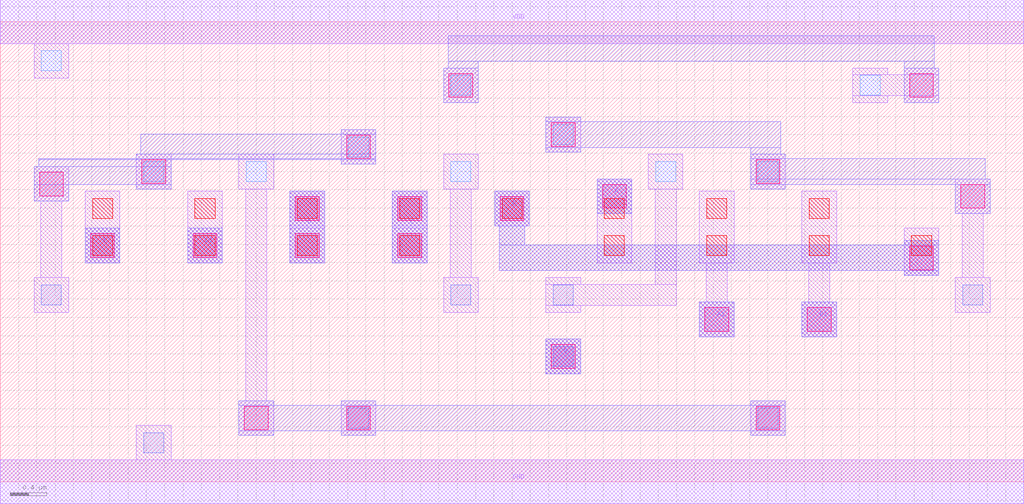
<source format=lef>
MACRO AAOAOI22121
 CLASS CORE ;
 FOREIGN AAOAOI22121 0 0 ;
 SIZE 11.200000000000001 BY 5.04 ;
 ORIGIN 0 0 ;
 SYMMETRY X Y R90 ;
 SITE unit ;
  PIN VDD
   DIRECTION INOUT ;
   USE POWER ;
   SHAPE ABUTMENT ;
    PORT
     CLASS CORE ;
       LAYER met1 ;
        RECT 0.00000000 4.80000000 11.20000000 5.28000000 ;
    END
  END VDD

  PIN GND
   DIRECTION INOUT ;
   USE POWER ;
   SHAPE ABUTMENT ;
    PORT
     CLASS CORE ;
       LAYER met1 ;
        RECT 0.00000000 -0.24000000 11.20000000 0.24000000 ;
    END
  END GND

  PIN Y
   DIRECTION INOUT ;
   USE SIGNAL ;
   SHAPE ABUTMENT ;
    PORT
     CLASS CORE ;
       LAYER met2 ;
        RECT 5.97000000 1.18200000 6.35000000 1.56200000 ;
    END
  END Y

  PIN D
   DIRECTION INOUT ;
   USE SIGNAL ;
   SHAPE ABUTMENT ;
    PORT
     CLASS CORE ;
       LAYER met2 ;
        RECT 3.17000000 2.39700000 3.55000000 3.18200000 ;
    END
  END D

  PIN B1
   DIRECTION INOUT ;
   USE SIGNAL ;
   SHAPE ABUTMENT ;
    PORT
     CLASS CORE ;
       LAYER met2 ;
        RECT 8.77000000 1.58700000 9.15000000 1.96700000 ;
    END
  END B1

  PIN E
   DIRECTION INOUT ;
   USE SIGNAL ;
   SHAPE ABUTMENT ;
    PORT
     CLASS CORE ;
       LAYER met2 ;
        RECT 0.93000000 2.39700000 1.31000000 2.77700000 ;
    END
  END E

  PIN C
   DIRECTION INOUT ;
   USE SIGNAL ;
   SHAPE ABUTMENT ;
    PORT
     CLASS CORE ;
       LAYER met2 ;
        RECT 4.29000000 2.39700000 4.67000000 3.18200000 ;
    END
  END C

  PIN A
   DIRECTION INOUT ;
   USE SIGNAL ;
   SHAPE ABUTMENT ;
    PORT
     CLASS CORE ;
       LAYER met2 ;
        RECT 6.53000000 2.93700000 6.91000000 3.31700000 ;
    END
  END A

  PIN A1
   DIRECTION INOUT ;
   USE SIGNAL ;
   SHAPE ABUTMENT ;
    PORT
     CLASS CORE ;
       LAYER met2 ;
        RECT 7.65000000 1.58700000 8.03000000 1.96700000 ;
    END
  END A1

  PIN B
   DIRECTION INOUT ;
   USE SIGNAL ;
   SHAPE ABUTMENT ;
    PORT
     CLASS CORE ;
       LAYER met2 ;
        RECT 9.89000000 2.26200000 10.27000000 2.31200000 ;
        RECT 5.46000000 2.31200000 10.27000000 2.59200000 ;
        RECT 9.89000000 2.59200000 10.27000000 2.64200000 ;
        RECT 5.46000000 2.59200000 5.74000000 2.80200000 ;
        RECT 5.41000000 2.80200000 5.79000000 3.18200000 ;
    END
  END B

  PIN D1
   DIRECTION INOUT ;
   USE SIGNAL ;
   SHAPE ABUTMENT ;
    PORT
     CLASS CORE ;
       LAYER met2 ;
        RECT 2.05000000 2.39700000 2.43000000 2.77700000 ;
    END
  END D1

 OBS
    LAYER polycont ;
     RECT 1.01000000 2.47700000 1.23000000 2.69700000 ;
     RECT 2.13000000 2.47700000 2.35000000 2.69700000 ;
     RECT 3.25000000 2.47700000 3.47000000 2.69700000 ;
     RECT 4.37000000 2.47700000 4.59000000 2.69700000 ;
     RECT 6.61000000 2.47700000 6.83000000 2.69700000 ;
     RECT 7.73000000 2.47700000 7.95000000 2.69700000 ;
     RECT 8.85000000 2.47700000 9.07000000 2.69700000 ;
     RECT 9.97000000 2.47700000 10.19000000 2.69700000 ;
     RECT 1.01000000 2.88200000 1.23000000 3.10200000 ;
     RECT 2.13000000 2.88200000 2.35000000 3.10200000 ;
     RECT 3.25000000 2.88200000 3.47000000 3.10200000 ;
     RECT 4.37000000 2.88200000 4.59000000 3.10200000 ;
     RECT 5.49000000 2.88200000 5.71000000 3.10200000 ;
     RECT 6.61000000 2.88200000 6.83000000 3.10200000 ;
     RECT 7.73000000 2.88200000 7.95000000 3.10200000 ;
     RECT 8.85000000 2.88200000 9.07000000 3.10200000 ;

    LAYER pdiffc ;
     RECT 1.57000000 3.28700000 1.79000000 3.50700000 ;
     RECT 2.69000000 3.28700000 2.91000000 3.50700000 ;
     RECT 4.93000000 3.28700000 5.15000000 3.50700000 ;
     RECT 7.17000000 3.28700000 7.39000000 3.50700000 ;
     RECT 8.29000000 3.28700000 8.51000000 3.50700000 ;
     RECT 3.81000000 3.55700000 4.03000000 3.77700000 ;
     RECT 6.05000000 3.69200000 6.27000000 3.91200000 ;
     RECT 4.93000000 4.23200000 5.15000000 4.45200000 ;
     RECT 9.41000000 4.23200000 9.63000000 4.45200000 ;
     RECT 0.45000000 4.50200000 0.67000000 4.72200000 ;

    LAYER ndiffc ;
     RECT 1.57000000 0.31700000 1.79000000 0.53700000 ;
     RECT 3.81000000 0.58700000 4.03000000 0.80700000 ;
     RECT 8.29000000 0.58700000 8.51000000 0.80700000 ;
     RECT 6.05000000 1.26200000 6.27000000 1.48200000 ;
     RECT 0.45000000 1.93700000 0.67000000 2.15700000 ;
     RECT 4.93000000 1.93700000 5.15000000 2.15700000 ;
     RECT 6.05000000 1.93700000 6.27000000 2.15700000 ;
     RECT 10.53000000 1.93700000 10.75000000 2.15700000 ;

    LAYER met1 ;
     RECT 0.00000000 -0.24000000 11.20000000 0.24000000 ;
     RECT 1.49000000 0.24000000 1.87000000 0.61700000 ;
     RECT 3.73000000 0.50700000 4.11000000 0.88700000 ;
     RECT 8.21000000 0.50700000 8.59000000 0.88700000 ;
     RECT 5.97000000 1.18200000 6.35000000 1.56200000 ;
     RECT 3.17000000 2.39700000 3.55000000 2.77700000 ;
     RECT 4.29000000 2.39700000 4.67000000 2.77700000 ;
     RECT 9.89000000 2.26200000 10.27000000 2.77700000 ;
     RECT 0.93000000 2.39700000 1.31000000 3.18200000 ;
     RECT 2.05000000 2.39700000 2.43000000 3.18200000 ;
     RECT 3.17000000 2.80200000 3.55000000 3.18200000 ;
     RECT 4.29000000 2.80200000 4.67000000 3.18200000 ;
     RECT 5.41000000 2.80200000 5.79000000 3.18200000 ;
     RECT 7.65000000 1.58700000 8.03000000 1.96700000 ;
     RECT 7.72500000 1.96700000 7.95500000 2.39700000 ;
     RECT 7.65000000 2.39700000 8.03000000 3.18200000 ;
     RECT 8.77000000 1.58700000 9.15000000 1.96700000 ;
     RECT 8.84500000 1.96700000 9.07500000 2.39700000 ;
     RECT 8.77000000 2.39700000 9.15000000 3.18200000 ;
     RECT 6.53000000 2.39700000 6.91000000 3.31700000 ;
     RECT 10.45000000 1.85700000 10.83000000 2.23700000 ;
     RECT 10.52500000 2.23700000 10.75500000 2.93700000 ;
     RECT 10.45000000 2.93700000 10.83000000 3.31700000 ;
     RECT 0.37000000 1.85700000 0.75000000 2.23700000 ;
     RECT 0.44500000 2.23700000 0.67500000 3.07200000 ;
     RECT 0.37000000 3.07200000 0.75000000 3.45200000 ;
     RECT 1.49000000 3.20700000 1.87000000 3.58700000 ;
     RECT 2.61000000 0.50700000 2.99000000 0.88700000 ;
     RECT 2.68500000 0.88700000 2.91500000 3.20700000 ;
     RECT 2.61000000 3.20700000 2.99000000 3.58700000 ;
     RECT 4.85000000 1.85700000 5.23000000 2.23700000 ;
     RECT 4.92500000 2.23700000 5.15500000 3.20700000 ;
     RECT 4.85000000 3.20700000 5.23000000 3.58700000 ;
     RECT 5.97000000 1.85700000 6.35000000 1.93200000 ;
     RECT 5.97000000 1.93200000 7.39500000 2.16200000 ;
     RECT 5.97000000 2.16200000 6.35000000 2.23700000 ;
     RECT 7.16500000 2.16200000 7.39500000 3.20700000 ;
     RECT 7.09000000 3.20700000 7.47000000 3.58700000 ;
     RECT 8.21000000 3.20700000 8.59000000 3.58700000 ;
     RECT 3.73000000 3.47700000 4.11000000 3.85700000 ;
     RECT 5.97000000 3.61200000 6.35000000 3.99200000 ;
     RECT 4.85000000 4.15200000 5.23000000 4.53200000 ;
     RECT 9.33000000 4.15200000 9.71000000 4.22700000 ;
     RECT 9.89000000 4.15200000 10.27000000 4.22700000 ;
     RECT 9.33000000 4.22700000 10.27000000 4.45700000 ;
     RECT 9.33000000 4.45700000 9.71000000 4.53200000 ;
     RECT 9.89000000 4.45700000 10.27000000 4.53200000 ;
     RECT 0.37000000 4.42200000 0.75000000 4.80000000 ;
     RECT 0.00000000 4.80000000 11.20000000 5.28000000 ;

    LAYER via1 ;
     RECT 2.67000000 0.56700000 2.93000000 0.82700000 ;
     RECT 3.79000000 0.56700000 4.05000000 0.82700000 ;
     RECT 8.27000000 0.56700000 8.53000000 0.82700000 ;
     RECT 6.03000000 1.24200000 6.29000000 1.50200000 ;
     RECT 7.71000000 1.64700000 7.97000000 1.90700000 ;
     RECT 8.83000000 1.64700000 9.09000000 1.90700000 ;
     RECT 9.95000000 2.32200000 10.21000000 2.58200000 ;
     RECT 0.99000000 2.45700000 1.25000000 2.71700000 ;
     RECT 2.11000000 2.45700000 2.37000000 2.71700000 ;
     RECT 3.23000000 2.45700000 3.49000000 2.71700000 ;
     RECT 4.35000000 2.45700000 4.61000000 2.71700000 ;
     RECT 3.23000000 2.86200000 3.49000000 3.12200000 ;
     RECT 4.35000000 2.86200000 4.61000000 3.12200000 ;
     RECT 5.47000000 2.86200000 5.73000000 3.12200000 ;
     RECT 6.59000000 2.99700000 6.85000000 3.25700000 ;
     RECT 10.51000000 2.99700000 10.77000000 3.25700000 ;
     RECT 0.43000000 3.13200000 0.69000000 3.39200000 ;
     RECT 1.55000000 3.26700000 1.81000000 3.52700000 ;
     RECT 8.27000000 3.26700000 8.53000000 3.52700000 ;
     RECT 3.79000000 3.53700000 4.05000000 3.79700000 ;
     RECT 6.03000000 3.67200000 6.29000000 3.93200000 ;
     RECT 4.91000000 4.21200000 5.17000000 4.47200000 ;
     RECT 9.95000000 4.21200000 10.21000000 4.47200000 ;

    LAYER met2 ;
     RECT 2.61000000 0.50700000 2.99000000 0.55700000 ;
     RECT 3.73000000 0.50700000 4.11000000 0.55700000 ;
     RECT 8.21000000 0.50700000 8.59000000 0.55700000 ;
     RECT 2.61000000 0.55700000 8.59000000 0.83700000 ;
     RECT 2.61000000 0.83700000 2.99000000 0.88700000 ;
     RECT 3.73000000 0.83700000 4.11000000 0.88700000 ;
     RECT 8.21000000 0.83700000 8.59000000 0.88700000 ;
     RECT 5.97000000 1.18200000 6.35000000 1.56200000 ;
     RECT 7.65000000 1.58700000 8.03000000 1.96700000 ;
     RECT 8.77000000 1.58700000 9.15000000 1.96700000 ;
     RECT 0.93000000 2.39700000 1.31000000 2.77700000 ;
     RECT 2.05000000 2.39700000 2.43000000 2.77700000 ;
     RECT 3.17000000 2.39700000 3.55000000 3.18200000 ;
     RECT 4.29000000 2.39700000 4.67000000 3.18200000 ;
     RECT 9.89000000 2.26200000 10.27000000 2.31200000 ;
     RECT 5.46000000 2.31200000 10.27000000 2.59200000 ;
     RECT 9.89000000 2.59200000 10.27000000 2.64200000 ;
     RECT 5.46000000 2.59200000 5.74000000 2.80200000 ;
     RECT 5.41000000 2.80200000 5.79000000 3.18200000 ;
     RECT 6.53000000 2.93700000 6.91000000 3.31700000 ;
     RECT 0.37000000 3.07200000 0.75000000 3.25700000 ;
     RECT 1.49000000 3.20700000 1.87000000 3.25700000 ;
     RECT 0.37000000 3.25700000 1.87000000 3.45200000 ;
     RECT 0.42000000 3.45200000 1.87000000 3.52700000 ;
     RECT 3.73000000 3.47700000 4.11000000 3.52700000 ;
     RECT 0.42000000 3.52700000 4.11000000 3.53700000 ;
     RECT 1.49000000 3.53700000 4.11000000 3.58700000 ;
     RECT 1.54000000 3.58700000 4.11000000 3.80700000 ;
     RECT 3.73000000 3.80700000 4.11000000 3.85700000 ;
     RECT 8.21000000 3.20700000 8.59000000 3.25700000 ;
     RECT 10.45000000 2.93700000 10.83000000 3.25700000 ;
     RECT 8.21000000 3.25700000 10.83000000 3.31700000 ;
     RECT 8.21000000 3.31700000 10.78000000 3.53700000 ;
     RECT 8.21000000 3.53700000 8.59000000 3.58700000 ;
     RECT 5.97000000 3.61200000 6.35000000 3.66200000 ;
     RECT 8.21000000 3.58700000 8.54000000 3.66200000 ;
     RECT 5.97000000 3.66200000 8.54000000 3.94200000 ;
     RECT 5.97000000 3.94200000 6.35000000 3.99200000 ;
     RECT 4.85000000 4.15200000 5.23000000 4.53200000 ;
     RECT 9.89000000 4.15200000 10.27000000 4.53200000 ;
     RECT 4.90000000 4.53200000 5.23000000 4.60700000 ;
     RECT 9.89000000 4.53200000 10.22000000 4.60700000 ;
     RECT 4.90000000 4.60700000 10.22000000 4.88700000 ;

 END
END AAOAOI22121

</source>
